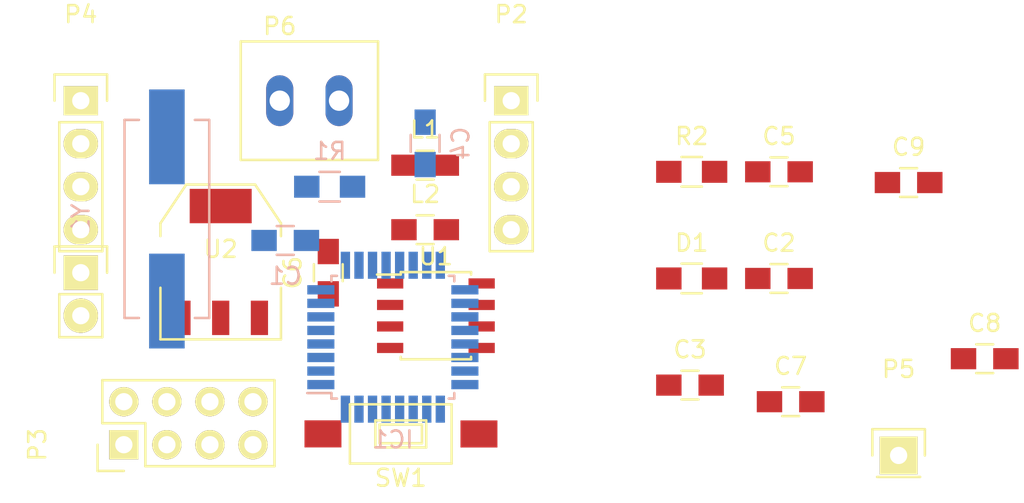
<source format=kicad_pcb>
(kicad_pcb (version 4) (host pcbnew 0.201511221031+6327~38~ubuntu15.04.1-stable)

  (general
    (links 60)
    (no_connects 60)
    (area 0 0 0 0)
    (thickness 1.6)
    (drawings 4)
    (tracks 0)
    (zones 0)
    (modules 25)
    (nets 36)
  )

  (page A4)
  (layers
    (0 F.Cu signal)
    (31 B.Cu signal)
    (32 B.Adhes user)
    (33 F.Adhes user)
    (34 B.Paste user)
    (35 F.Paste user)
    (36 B.SilkS user)
    (37 F.SilkS user)
    (38 B.Mask user)
    (39 F.Mask user)
    (40 Dwgs.User user)
    (41 Cmts.User user)
    (42 Eco1.User user)
    (43 Eco2.User user)
    (44 Edge.Cuts user)
    (45 Margin user)
    (46 B.CrtYd user)
    (47 F.CrtYd user)
    (48 B.Fab user)
    (49 F.Fab user)
  )

  (setup
    (last_trace_width 0.25)
    (trace_clearance 0.2)
    (zone_clearance 0.508)
    (zone_45_only no)
    (trace_min 0.2)
    (segment_width 0.2)
    (edge_width 0.15)
    (via_size 0.6)
    (via_drill 0.4)
    (via_min_size 0.4)
    (via_min_drill 0.3)
    (uvia_size 0.3)
    (uvia_drill 0.1)
    (uvias_allowed no)
    (uvia_min_size 0.2)
    (uvia_min_drill 0.1)
    (pcb_text_width 0.3)
    (pcb_text_size 1.5 1.5)
    (mod_edge_width 0.15)
    (mod_text_size 1 1)
    (mod_text_width 0.15)
    (pad_size 1.524 1.524)
    (pad_drill 0.762)
    (pad_to_mask_clearance 0.2)
    (aux_axis_origin 0 0)
    (visible_elements FFFFFF7F)
    (pcbplotparams
      (layerselection 0x00030_80000001)
      (usegerberextensions false)
      (excludeedgelayer true)
      (linewidth 0.100000)
      (plotframeref false)
      (viasonmask false)
      (mode 1)
      (useauxorigin false)
      (hpglpennumber 1)
      (hpglpenspeed 20)
      (hpglpendiameter 15)
      (hpglpenoverlay 2)
      (psnegative false)
      (psa4output false)
      (plotreference true)
      (plotvalue true)
      (plotinvisibletext false)
      (padsonsilk false)
      (subtractmaskfromsilk false)
      (outputformat 1)
      (mirror false)
      (drillshape 1)
      (scaleselection 1)
      (outputdirectory ""))
  )

  (net 0 "")
  (net 1 +3V3)
  (net 2 GND)
  (net 3 "Net-(C2-Pad1)")
  (net 4 "Net-(C3-Pad1)")
  (net 5 "Net-(C4-Pad1)")
  (net 6 "/ATmega328P Controller/~RESET")
  (net 7 "/ATmega328P Controller/USART_DTR")
  (net 8 "Net-(C6-Pad1)")
  (net 9 "Net-(C6-Pad2)")
  (net 10 +BATT)
  (net 11 "Net-(D1-Pad2)")
  (net 12 "/ATmega328P Controller/TRIAC_ACTIVE")
  (net 13 "/ATmega328P Controller/GPO")
  (net 14 "/ATmega328P Controller/GPI")
  (net 15 "Net-(IC1-Pad10)")
  (net 16 "Net-(IC1-Pad11)")
  (net 17 "Net-(IC1-Pad12)")
  (net 18 "Net-(IC1-Pad13)")
  (net 19 "/MAX31855 Temp Sensor/MAX_~CS")
  (net 20 "/ATmega328P Controller/SPI_MOSI")
  (net 21 "/MAX31855 Temp Sensor/MAX_MISO")
  (net 22 "/MAX31855 Temp Sensor/MAX_SCK")
  (net 23 "Net-(IC1-Pad19)")
  (net 24 "Net-(IC1-Pad22)")
  (net 25 "Net-(IC1-Pad23)")
  (net 26 "Net-(IC1-Pad24)")
  (net 27 "Net-(IC1-Pad25)")
  (net 28 "Net-(IC1-Pad26)")
  (net 29 "Net-(IC1-Pad27)")
  (net 30 "Net-(IC1-Pad28)")
  (net 31 "/ATmega328P Controller/USART_RX")
  (net 32 "/ATmega328P Controller/USART_TX")
  (net 33 "/ATmega328P Controller/ZERO_CROSS")
  (net 34 "/MAX31855 Temp Sensor/TC+")
  (net 35 "/MAX31855 Temp Sensor/TC-")

  (net_class Default "This is the default net class."
    (clearance 0.2)
    (trace_width 0.25)
    (via_dia 0.6)
    (via_drill 0.4)
    (uvia_dia 0.3)
    (uvia_drill 0.1)
    (add_net +3V3)
    (add_net +BATT)
    (add_net "/ATmega328P Controller/GPI")
    (add_net "/ATmega328P Controller/GPO")
    (add_net "/ATmega328P Controller/SPI_MOSI")
    (add_net "/ATmega328P Controller/TRIAC_ACTIVE")
    (add_net "/ATmega328P Controller/USART_DTR")
    (add_net "/ATmega328P Controller/USART_RX")
    (add_net "/ATmega328P Controller/USART_TX")
    (add_net "/ATmega328P Controller/ZERO_CROSS")
    (add_net "/ATmega328P Controller/~RESET")
    (add_net "/MAX31855 Temp Sensor/MAX_MISO")
    (add_net "/MAX31855 Temp Sensor/MAX_SCK")
    (add_net "/MAX31855 Temp Sensor/MAX_~CS")
    (add_net "/MAX31855 Temp Sensor/TC+")
    (add_net "/MAX31855 Temp Sensor/TC-")
    (add_net GND)
    (add_net "Net-(C2-Pad1)")
    (add_net "Net-(C3-Pad1)")
    (add_net "Net-(C4-Pad1)")
    (add_net "Net-(C6-Pad1)")
    (add_net "Net-(C6-Pad2)")
    (add_net "Net-(D1-Pad2)")
    (add_net "Net-(IC1-Pad10)")
    (add_net "Net-(IC1-Pad11)")
    (add_net "Net-(IC1-Pad12)")
    (add_net "Net-(IC1-Pad13)")
    (add_net "Net-(IC1-Pad19)")
    (add_net "Net-(IC1-Pad22)")
    (add_net "Net-(IC1-Pad23)")
    (add_net "Net-(IC1-Pad24)")
    (add_net "Net-(IC1-Pad25)")
    (add_net "Net-(IC1-Pad26)")
    (add_net "Net-(IC1-Pad27)")
    (add_net "Net-(IC1-Pad28)")
  )

  (module Capacitors_SMD:C_0805_HandSoldering (layer B.Cu) (tedit 541A9B8D) (tstamp 56540EF7)
    (at 160.655 47.625)
    (descr "Capacitor SMD 0805, hand soldering")
    (tags "capacitor 0805")
    (path /56450DBB/564A2794)
    (attr smd)
    (fp_text reference C1 (at 0 2.1) (layer B.SilkS)
      (effects (font (size 1 1) (thickness 0.15)) (justify mirror))
    )
    (fp_text value 0.1uF (at 0 -2.1) (layer B.Fab)
      (effects (font (size 1 1) (thickness 0.15)) (justify mirror))
    )
    (fp_line (start -2.3 1) (end 2.3 1) (layer B.CrtYd) (width 0.05))
    (fp_line (start -2.3 -1) (end 2.3 -1) (layer B.CrtYd) (width 0.05))
    (fp_line (start -2.3 1) (end -2.3 -1) (layer B.CrtYd) (width 0.05))
    (fp_line (start 2.3 1) (end 2.3 -1) (layer B.CrtYd) (width 0.05))
    (fp_line (start 0.5 0.85) (end -0.5 0.85) (layer B.SilkS) (width 0.15))
    (fp_line (start -0.5 -0.85) (end 0.5 -0.85) (layer B.SilkS) (width 0.15))
    (pad 1 smd rect (at -1.25 0) (size 1.5 1.25) (layers B.Cu B.Paste B.Mask)
      (net 1 +3V3))
    (pad 2 smd rect (at 1.25 0) (size 1.5 1.25) (layers B.Cu B.Paste B.Mask)
      (net 2 GND))
    (model Capacitors_SMD.3dshapes/C_0805_HandSoldering.wrl
      (at (xyz 0 0 0))
      (scale (xyz 1 1 1))
      (rotate (xyz 0 0 0))
    )
  )

  (module Capacitors_SMD:C_0805_HandSoldering (layer F.Cu) (tedit 541A9B8D) (tstamp 56540F03)
    (at 189.790001 49.87)
    (descr "Capacitor SMD 0805, hand soldering")
    (tags "capacitor 0805")
    (path /56450DBB/564A2E83)
    (attr smd)
    (fp_text reference C2 (at 0 -2.1) (layer F.SilkS)
      (effects (font (size 1 1) (thickness 0.15)))
    )
    (fp_text value 18pF (at 0 2.1) (layer F.Fab)
      (effects (font (size 1 1) (thickness 0.15)))
    )
    (fp_line (start -2.3 -1) (end 2.3 -1) (layer F.CrtYd) (width 0.05))
    (fp_line (start -2.3 1) (end 2.3 1) (layer F.CrtYd) (width 0.05))
    (fp_line (start -2.3 -1) (end -2.3 1) (layer F.CrtYd) (width 0.05))
    (fp_line (start 2.3 -1) (end 2.3 1) (layer F.CrtYd) (width 0.05))
    (fp_line (start 0.5 -0.85) (end -0.5 -0.85) (layer F.SilkS) (width 0.15))
    (fp_line (start -0.5 0.85) (end 0.5 0.85) (layer F.SilkS) (width 0.15))
    (pad 1 smd rect (at -1.25 0) (size 1.5 1.25) (layers F.Cu F.Paste F.Mask)
      (net 3 "Net-(C2-Pad1)"))
    (pad 2 smd rect (at 1.25 0) (size 1.5 1.25) (layers F.Cu F.Paste F.Mask)
      (net 2 GND))
    (model Capacitors_SMD.3dshapes/C_0805_HandSoldering.wrl
      (at (xyz 0 0 0))
      (scale (xyz 1 1 1))
      (rotate (xyz 0 0 0))
    )
  )

  (module Capacitors_SMD:C_0805_HandSoldering (layer F.Cu) (tedit 541A9B8D) (tstamp 56540F0F)
    (at 184.540001 56.17)
    (descr "Capacitor SMD 0805, hand soldering")
    (tags "capacitor 0805")
    (path /56450DBB/564A2125)
    (attr smd)
    (fp_text reference C3 (at 0 -2.1) (layer F.SilkS)
      (effects (font (size 1 1) (thickness 0.15)))
    )
    (fp_text value 0.1uF (at 0 2.1) (layer F.Fab)
      (effects (font (size 1 1) (thickness 0.15)))
    )
    (fp_line (start -2.3 -1) (end 2.3 -1) (layer F.CrtYd) (width 0.05))
    (fp_line (start -2.3 1) (end 2.3 1) (layer F.CrtYd) (width 0.05))
    (fp_line (start -2.3 -1) (end -2.3 1) (layer F.CrtYd) (width 0.05))
    (fp_line (start 2.3 -1) (end 2.3 1) (layer F.CrtYd) (width 0.05))
    (fp_line (start 0.5 -0.85) (end -0.5 -0.85) (layer F.SilkS) (width 0.15))
    (fp_line (start -0.5 0.85) (end 0.5 0.85) (layer F.SilkS) (width 0.15))
    (pad 1 smd rect (at -1.25 0) (size 1.5 1.25) (layers F.Cu F.Paste F.Mask)
      (net 4 "Net-(C3-Pad1)"))
    (pad 2 smd rect (at 1.25 0) (size 1.5 1.25) (layers F.Cu F.Paste F.Mask)
      (net 2 GND))
    (model Capacitors_SMD.3dshapes/C_0805_HandSoldering.wrl
      (at (xyz 0 0 0))
      (scale (xyz 1 1 1))
      (rotate (xyz 0 0 0))
    )
  )

  (module Capacitors_SMD:C_0805_HandSoldering (layer B.Cu) (tedit 541A9B8D) (tstamp 56540F1B)
    (at 168.91 41.89 90)
    (descr "Capacitor SMD 0805, hand soldering")
    (tags "capacitor 0805")
    (path /56450DBB/564A33AB)
    (attr smd)
    (fp_text reference C4 (at 0 2.1 90) (layer B.SilkS)
      (effects (font (size 1 1) (thickness 0.15)) (justify mirror))
    )
    (fp_text value 18pF (at 0 -2.1 90) (layer B.Fab)
      (effects (font (size 1 1) (thickness 0.15)) (justify mirror))
    )
    (fp_line (start -2.3 1) (end 2.3 1) (layer B.CrtYd) (width 0.05))
    (fp_line (start -2.3 -1) (end 2.3 -1) (layer B.CrtYd) (width 0.05))
    (fp_line (start -2.3 1) (end -2.3 -1) (layer B.CrtYd) (width 0.05))
    (fp_line (start 2.3 1) (end 2.3 -1) (layer B.CrtYd) (width 0.05))
    (fp_line (start 0.5 0.85) (end -0.5 0.85) (layer B.SilkS) (width 0.15))
    (fp_line (start -0.5 -0.85) (end 0.5 -0.85) (layer B.SilkS) (width 0.15))
    (pad 1 smd rect (at -1.25 0 90) (size 1.5 1.25) (layers B.Cu B.Paste B.Mask)
      (net 5 "Net-(C4-Pad1)"))
    (pad 2 smd rect (at 1.25 0 90) (size 1.5 1.25) (layers B.Cu B.Paste B.Mask)
      (net 2 GND))
    (model Capacitors_SMD.3dshapes/C_0805_HandSoldering.wrl
      (at (xyz 0 0 0))
      (scale (xyz 1 1 1))
      (rotate (xyz 0 0 0))
    )
  )

  (module Capacitors_SMD:C_0805_HandSoldering (layer F.Cu) (tedit 541A9B8D) (tstamp 56540F27)
    (at 189.790001 43.57)
    (descr "Capacitor SMD 0805, hand soldering")
    (tags "capacitor 0805")
    (path /56450DBB/564B00F4)
    (attr smd)
    (fp_text reference C5 (at 0 -2.1) (layer F.SilkS)
      (effects (font (size 1 1) (thickness 0.15)))
    )
    (fp_text value 0.1uF (at 0 2.1) (layer F.Fab)
      (effects (font (size 1 1) (thickness 0.15)))
    )
    (fp_line (start -2.3 -1) (end 2.3 -1) (layer F.CrtYd) (width 0.05))
    (fp_line (start -2.3 1) (end 2.3 1) (layer F.CrtYd) (width 0.05))
    (fp_line (start -2.3 -1) (end -2.3 1) (layer F.CrtYd) (width 0.05))
    (fp_line (start 2.3 -1) (end 2.3 1) (layer F.CrtYd) (width 0.05))
    (fp_line (start 0.5 -0.85) (end -0.5 -0.85) (layer F.SilkS) (width 0.15))
    (fp_line (start -0.5 0.85) (end 0.5 0.85) (layer F.SilkS) (width 0.15))
    (pad 1 smd rect (at -1.25 0) (size 1.5 1.25) (layers F.Cu F.Paste F.Mask)
      (net 6 "/ATmega328P Controller/~RESET"))
    (pad 2 smd rect (at 1.25 0) (size 1.5 1.25) (layers F.Cu F.Paste F.Mask)
      (net 7 "/ATmega328P Controller/USART_DTR"))
    (model Capacitors_SMD.3dshapes/C_0805_HandSoldering.wrl
      (at (xyz 0 0 0))
      (scale (xyz 1 1 1))
      (rotate (xyz 0 0 0))
    )
  )

  (module Capacitors_SMD:C_0805_HandSoldering (layer F.Cu) (tedit 541A9B8D) (tstamp 56540F33)
    (at 163.195 49.53 90)
    (descr "Capacitor SMD 0805, hand soldering")
    (tags "capacitor 0805")
    (path /56450D3A/564BAB96)
    (attr smd)
    (fp_text reference C6 (at 0 -2.1 90) (layer F.SilkS)
      (effects (font (size 1 1) (thickness 0.15)))
    )
    (fp_text value 10nF (at 0 2.1 90) (layer F.Fab)
      (effects (font (size 1 1) (thickness 0.15)))
    )
    (fp_line (start -2.3 -1) (end 2.3 -1) (layer F.CrtYd) (width 0.05))
    (fp_line (start -2.3 1) (end 2.3 1) (layer F.CrtYd) (width 0.05))
    (fp_line (start -2.3 -1) (end -2.3 1) (layer F.CrtYd) (width 0.05))
    (fp_line (start 2.3 -1) (end 2.3 1) (layer F.CrtYd) (width 0.05))
    (fp_line (start 0.5 -0.85) (end -0.5 -0.85) (layer F.SilkS) (width 0.15))
    (fp_line (start -0.5 0.85) (end 0.5 0.85) (layer F.SilkS) (width 0.15))
    (pad 1 smd rect (at -1.25 0 90) (size 1.5 1.25) (layers F.Cu F.Paste F.Mask)
      (net 8 "Net-(C6-Pad1)"))
    (pad 2 smd rect (at 1.25 0 90) (size 1.5 1.25) (layers F.Cu F.Paste F.Mask)
      (net 9 "Net-(C6-Pad2)"))
    (model Capacitors_SMD.3dshapes/C_0805_HandSoldering.wrl
      (at (xyz 0 0 0))
      (scale (xyz 1 1 1))
      (rotate (xyz 0 0 0))
    )
  )

  (module Capacitors_SMD:C_0805_HandSoldering (layer F.Cu) (tedit 541A9B8D) (tstamp 56540F3F)
    (at 190.48 57.15)
    (descr "Capacitor SMD 0805, hand soldering")
    (tags "capacitor 0805")
    (path /56450D3A/564BB456)
    (attr smd)
    (fp_text reference C7 (at 0 -2.1) (layer F.SilkS)
      (effects (font (size 1 1) (thickness 0.15)))
    )
    (fp_text value 0.1uF (at 0 2.1) (layer F.Fab)
      (effects (font (size 1 1) (thickness 0.15)))
    )
    (fp_line (start -2.3 -1) (end 2.3 -1) (layer F.CrtYd) (width 0.05))
    (fp_line (start -2.3 1) (end 2.3 1) (layer F.CrtYd) (width 0.05))
    (fp_line (start -2.3 -1) (end -2.3 1) (layer F.CrtYd) (width 0.05))
    (fp_line (start 2.3 -1) (end 2.3 1) (layer F.CrtYd) (width 0.05))
    (fp_line (start 0.5 -0.85) (end -0.5 -0.85) (layer F.SilkS) (width 0.15))
    (fp_line (start -0.5 0.85) (end 0.5 0.85) (layer F.SilkS) (width 0.15))
    (pad 1 smd rect (at -1.25 0) (size 1.5 1.25) (layers F.Cu F.Paste F.Mask)
      (net 1 +3V3))
    (pad 2 smd rect (at 1.25 0) (size 1.5 1.25) (layers F.Cu F.Paste F.Mask)
      (net 2 GND))
    (model Capacitors_SMD.3dshapes/C_0805_HandSoldering.wrl
      (at (xyz 0 0 0))
      (scale (xyz 1 1 1))
      (rotate (xyz 0 0 0))
    )
  )

  (module Capacitors_SMD:C_0805_HandSoldering (layer F.Cu) (tedit 541A9B8D) (tstamp 56540F4B)
    (at 201.93 54.61)
    (descr "Capacitor SMD 0805, hand soldering")
    (tags "capacitor 0805")
    (path /564DC657/564E0063)
    (attr smd)
    (fp_text reference C8 (at 0 -2.1) (layer F.SilkS)
      (effects (font (size 1 1) (thickness 0.15)))
    )
    (fp_text value 4.7uF (at 0 2.1) (layer F.Fab)
      (effects (font (size 1 1) (thickness 0.15)))
    )
    (fp_line (start -2.3 -1) (end 2.3 -1) (layer F.CrtYd) (width 0.05))
    (fp_line (start -2.3 1) (end 2.3 1) (layer F.CrtYd) (width 0.05))
    (fp_line (start -2.3 -1) (end -2.3 1) (layer F.CrtYd) (width 0.05))
    (fp_line (start 2.3 -1) (end 2.3 1) (layer F.CrtYd) (width 0.05))
    (fp_line (start 0.5 -0.85) (end -0.5 -0.85) (layer F.SilkS) (width 0.15))
    (fp_line (start -0.5 0.85) (end 0.5 0.85) (layer F.SilkS) (width 0.15))
    (pad 1 smd rect (at -1.25 0) (size 1.5 1.25) (layers F.Cu F.Paste F.Mask)
      (net 10 +BATT))
    (pad 2 smd rect (at 1.25 0) (size 1.5 1.25) (layers F.Cu F.Paste F.Mask)
      (net 2 GND))
    (model Capacitors_SMD.3dshapes/C_0805_HandSoldering.wrl
      (at (xyz 0 0 0))
      (scale (xyz 1 1 1))
      (rotate (xyz 0 0 0))
    )
  )

  (module Capacitors_SMD:C_0805_HandSoldering (layer F.Cu) (tedit 541A9B8D) (tstamp 56540F57)
    (at 197.440001 44.205)
    (descr "Capacitor SMD 0805, hand soldering")
    (tags "capacitor 0805")
    (path /564DC657/564DFFBA)
    (attr smd)
    (fp_text reference C9 (at 0 -2.1) (layer F.SilkS)
      (effects (font (size 1 1) (thickness 0.15)))
    )
    (fp_text value 4.7uF (at 0 2.1) (layer F.Fab)
      (effects (font (size 1 1) (thickness 0.15)))
    )
    (fp_line (start -2.3 -1) (end 2.3 -1) (layer F.CrtYd) (width 0.05))
    (fp_line (start -2.3 1) (end 2.3 1) (layer F.CrtYd) (width 0.05))
    (fp_line (start -2.3 -1) (end -2.3 1) (layer F.CrtYd) (width 0.05))
    (fp_line (start 2.3 -1) (end 2.3 1) (layer F.CrtYd) (width 0.05))
    (fp_line (start 0.5 -0.85) (end -0.5 -0.85) (layer F.SilkS) (width 0.15))
    (fp_line (start -0.5 0.85) (end 0.5 0.85) (layer F.SilkS) (width 0.15))
    (pad 1 smd rect (at -1.25 0) (size 1.5 1.25) (layers F.Cu F.Paste F.Mask)
      (net 1 +3V3))
    (pad 2 smd rect (at 1.25 0) (size 1.5 1.25) (layers F.Cu F.Paste F.Mask)
      (net 2 GND))
    (model Capacitors_SMD.3dshapes/C_0805_HandSoldering.wrl
      (at (xyz 0 0 0))
      (scale (xyz 1 1 1))
      (rotate (xyz 0 0 0))
    )
  )

  (module Resistors_SMD:R_0805_HandSoldering (layer F.Cu) (tedit 54189DEE) (tstamp 56540F5D)
    (at 184.640001 49.87)
    (descr "Resistor SMD 0805, hand soldering")
    (tags "resistor 0805")
    (path /56450DBB/564A5320)
    (attr smd)
    (fp_text reference D1 (at 0 -2.1) (layer F.SilkS)
      (effects (font (size 1 1) (thickness 0.15)))
    )
    (fp_text value GRN (at 0 2.1) (layer F.Fab)
      (effects (font (size 1 1) (thickness 0.15)))
    )
    (fp_line (start -2.4 -1) (end 2.4 -1) (layer F.CrtYd) (width 0.05))
    (fp_line (start -2.4 1) (end 2.4 1) (layer F.CrtYd) (width 0.05))
    (fp_line (start -2.4 -1) (end -2.4 1) (layer F.CrtYd) (width 0.05))
    (fp_line (start 2.4 -1) (end 2.4 1) (layer F.CrtYd) (width 0.05))
    (fp_line (start 0.6 0.875) (end -0.6 0.875) (layer F.SilkS) (width 0.15))
    (fp_line (start -0.6 -0.875) (end 0.6 -0.875) (layer F.SilkS) (width 0.15))
    (pad 1 smd rect (at -1.35 0) (size 1.5 1.3) (layers F.Cu F.Paste F.Mask)
      (net 2 GND))
    (pad 2 smd rect (at 1.35 0) (size 1.5 1.3) (layers F.Cu F.Paste F.Mask)
      (net 11 "Net-(D1-Pad2)"))
    (model Resistors_SMD.3dshapes/R_0805_HandSoldering.wrl
      (at (xyz 0 0 0))
      (scale (xyz 1 1 1))
      (rotate (xyz 0 0 0))
    )
  )

  (module Housings_QFP:TQFP-32_7x7mm_Pitch0.8mm (layer B.Cu) (tedit 54130A77) (tstamp 56540F8E)
    (at 167.005 53.34)
    (descr "32-Lead Plastic Thin Quad Flatpack (PT) - 7x7x1.0 mm Body, 2.00 mm [TQFP] (see Microchip Packaging Specification 00000049BS.pdf)")
    (tags "QFP 0.8")
    (path /56450DBB/5654C37A)
    (attr smd)
    (fp_text reference IC1 (at 0 6.05) (layer B.SilkS)
      (effects (font (size 1 1) (thickness 0.15)) (justify mirror))
    )
    (fp_text value ATMEGA328P-A (at 0 -6.05) (layer B.Fab)
      (effects (font (size 1 1) (thickness 0.15)) (justify mirror))
    )
    (fp_line (start -5.3 5.3) (end -5.3 -5.3) (layer B.CrtYd) (width 0.05))
    (fp_line (start 5.3 5.3) (end 5.3 -5.3) (layer B.CrtYd) (width 0.05))
    (fp_line (start -5.3 5.3) (end 5.3 5.3) (layer B.CrtYd) (width 0.05))
    (fp_line (start -5.3 -5.3) (end 5.3 -5.3) (layer B.CrtYd) (width 0.05))
    (fp_line (start -3.625 3.625) (end -3.625 3.3) (layer B.SilkS) (width 0.15))
    (fp_line (start 3.625 3.625) (end 3.625 3.3) (layer B.SilkS) (width 0.15))
    (fp_line (start 3.625 -3.625) (end 3.625 -3.3) (layer B.SilkS) (width 0.15))
    (fp_line (start -3.625 -3.625) (end -3.625 -3.3) (layer B.SilkS) (width 0.15))
    (fp_line (start -3.625 3.625) (end -3.3 3.625) (layer B.SilkS) (width 0.15))
    (fp_line (start -3.625 -3.625) (end -3.3 -3.625) (layer B.SilkS) (width 0.15))
    (fp_line (start 3.625 -3.625) (end 3.3 -3.625) (layer B.SilkS) (width 0.15))
    (fp_line (start 3.625 3.625) (end 3.3 3.625) (layer B.SilkS) (width 0.15))
    (fp_line (start -3.625 3.3) (end -5.05 3.3) (layer B.SilkS) (width 0.15))
    (pad 1 smd rect (at -4.25 2.8) (size 1.6 0.55) (layers B.Cu B.Paste B.Mask)
      (net 12 "/ATmega328P Controller/TRIAC_ACTIVE"))
    (pad 2 smd rect (at -4.25 2) (size 1.6 0.55) (layers B.Cu B.Paste B.Mask)
      (net 13 "/ATmega328P Controller/GPO"))
    (pad 3 smd rect (at -4.25 1.2) (size 1.6 0.55) (layers B.Cu B.Paste B.Mask)
      (net 2 GND))
    (pad 4 smd rect (at -4.25 0.4) (size 1.6 0.55) (layers B.Cu B.Paste B.Mask)
      (net 1 +3V3))
    (pad 5 smd rect (at -4.25 -0.4) (size 1.6 0.55) (layers B.Cu B.Paste B.Mask)
      (net 2 GND))
    (pad 6 smd rect (at -4.25 -1.2) (size 1.6 0.55) (layers B.Cu B.Paste B.Mask)
      (net 1 +3V3))
    (pad 7 smd rect (at -4.25 -2) (size 1.6 0.55) (layers B.Cu B.Paste B.Mask)
      (net 3 "Net-(C2-Pad1)"))
    (pad 8 smd rect (at -4.25 -2.8) (size 1.6 0.55) (layers B.Cu B.Paste B.Mask)
      (net 5 "Net-(C4-Pad1)"))
    (pad 9 smd rect (at -2.8 -4.25 270) (size 1.6 0.55) (layers B.Cu B.Paste B.Mask)
      (net 14 "/ATmega328P Controller/GPI"))
    (pad 10 smd rect (at -2 -4.25 270) (size 1.6 0.55) (layers B.Cu B.Paste B.Mask)
      (net 15 "Net-(IC1-Pad10)"))
    (pad 11 smd rect (at -1.2 -4.25 270) (size 1.6 0.55) (layers B.Cu B.Paste B.Mask)
      (net 16 "Net-(IC1-Pad11)"))
    (pad 12 smd rect (at -0.4 -4.25 270) (size 1.6 0.55) (layers B.Cu B.Paste B.Mask)
      (net 17 "Net-(IC1-Pad12)"))
    (pad 13 smd rect (at 0.4 -4.25 270) (size 1.6 0.55) (layers B.Cu B.Paste B.Mask)
      (net 18 "Net-(IC1-Pad13)"))
    (pad 14 smd rect (at 1.2 -4.25 270) (size 1.6 0.55) (layers B.Cu B.Paste B.Mask)
      (net 19 "/MAX31855 Temp Sensor/MAX_~CS"))
    (pad 15 smd rect (at 2 -4.25 270) (size 1.6 0.55) (layers B.Cu B.Paste B.Mask)
      (net 20 "/ATmega328P Controller/SPI_MOSI"))
    (pad 16 smd rect (at 2.8 -4.25 270) (size 1.6 0.55) (layers B.Cu B.Paste B.Mask)
      (net 21 "/MAX31855 Temp Sensor/MAX_MISO"))
    (pad 17 smd rect (at 4.25 -2.8) (size 1.6 0.55) (layers B.Cu B.Paste B.Mask)
      (net 22 "/MAX31855 Temp Sensor/MAX_SCK"))
    (pad 18 smd rect (at 4.25 -2) (size 1.6 0.55) (layers B.Cu B.Paste B.Mask)
      (net 1 +3V3))
    (pad 19 smd rect (at 4.25 -1.2) (size 1.6 0.55) (layers B.Cu B.Paste B.Mask)
      (net 23 "Net-(IC1-Pad19)"))
    (pad 20 smd rect (at 4.25 -0.4) (size 1.6 0.55) (layers B.Cu B.Paste B.Mask)
      (net 4 "Net-(C3-Pad1)"))
    (pad 21 smd rect (at 4.25 0.4) (size 1.6 0.55) (layers B.Cu B.Paste B.Mask)
      (net 2 GND))
    (pad 22 smd rect (at 4.25 1.2) (size 1.6 0.55) (layers B.Cu B.Paste B.Mask)
      (net 24 "Net-(IC1-Pad22)"))
    (pad 23 smd rect (at 4.25 2) (size 1.6 0.55) (layers B.Cu B.Paste B.Mask)
      (net 25 "Net-(IC1-Pad23)"))
    (pad 24 smd rect (at 4.25 2.8) (size 1.6 0.55) (layers B.Cu B.Paste B.Mask)
      (net 26 "Net-(IC1-Pad24)"))
    (pad 25 smd rect (at 2.8 4.25 270) (size 1.6 0.55) (layers B.Cu B.Paste B.Mask)
      (net 27 "Net-(IC1-Pad25)"))
    (pad 26 smd rect (at 2 4.25 270) (size 1.6 0.55) (layers B.Cu B.Paste B.Mask)
      (net 28 "Net-(IC1-Pad26)"))
    (pad 27 smd rect (at 1.2 4.25 270) (size 1.6 0.55) (layers B.Cu B.Paste B.Mask)
      (net 29 "Net-(IC1-Pad27)"))
    (pad 28 smd rect (at 0.4 4.25 270) (size 1.6 0.55) (layers B.Cu B.Paste B.Mask)
      (net 30 "Net-(IC1-Pad28)"))
    (pad 29 smd rect (at -0.4 4.25 270) (size 1.6 0.55) (layers B.Cu B.Paste B.Mask)
      (net 6 "/ATmega328P Controller/~RESET"))
    (pad 30 smd rect (at -1.2 4.25 270) (size 1.6 0.55) (layers B.Cu B.Paste B.Mask)
      (net 31 "/ATmega328P Controller/USART_RX"))
    (pad 31 smd rect (at -2 4.25 270) (size 1.6 0.55) (layers B.Cu B.Paste B.Mask)
      (net 32 "/ATmega328P Controller/USART_TX"))
    (pad 32 smd rect (at -2.8 4.25 270) (size 1.6 0.55) (layers B.Cu B.Paste B.Mask)
      (net 33 "/ATmega328P Controller/ZERO_CROSS"))
    (model Housings_QFP.3dshapes/TQFP-32_7x7mm_Pitch0.8mm.wrl
      (at (xyz 0 0 0))
      (scale (xyz 1 1 1))
      (rotate (xyz 0 0 0))
    )
  )

  (module Capacitors_SMD:C_0805_HandSoldering (layer F.Cu) (tedit 541A9B8D) (tstamp 56540F9A)
    (at 168.91 43.18)
    (descr "Capacitor SMD 0805, hand soldering")
    (tags "capacitor 0805")
    (path /56450D3A/564BAB3D)
    (attr smd)
    (fp_text reference L1 (at 0 -2.1) (layer F.SilkS)
      (effects (font (size 1 1) (thickness 0.15)))
    )
    (fp_text value INDUCTOR (at 0 2.1) (layer F.Fab)
      (effects (font (size 1 1) (thickness 0.15)))
    )
    (fp_line (start -2.3 -1) (end 2.3 -1) (layer F.CrtYd) (width 0.05))
    (fp_line (start -2.3 1) (end 2.3 1) (layer F.CrtYd) (width 0.05))
    (fp_line (start -2.3 -1) (end -2.3 1) (layer F.CrtYd) (width 0.05))
    (fp_line (start 2.3 -1) (end 2.3 1) (layer F.CrtYd) (width 0.05))
    (fp_line (start 0.5 -0.85) (end -0.5 -0.85) (layer F.SilkS) (width 0.15))
    (fp_line (start -0.5 0.85) (end 0.5 0.85) (layer F.SilkS) (width 0.15))
    (pad 1 smd rect (at -1.25 0) (size 1.5 1.25) (layers F.Cu F.Paste F.Mask)
      (net 8 "Net-(C6-Pad1)"))
    (pad 2 smd rect (at 1.25 0) (size 1.5 1.25) (layers F.Cu F.Paste F.Mask)
      (net 34 "/MAX31855 Temp Sensor/TC+"))
    (model Capacitors_SMD.3dshapes/C_0805_HandSoldering.wrl
      (at (xyz 0 0 0))
      (scale (xyz 1 1 1))
      (rotate (xyz 0 0 0))
    )
  )

  (module Capacitors_SMD:C_0805_HandSoldering (layer F.Cu) (tedit 541A9B8D) (tstamp 56540FA6)
    (at 168.91 46.99)
    (descr "Capacitor SMD 0805, hand soldering")
    (tags "capacitor 0805")
    (path /56450D3A/564BB062)
    (attr smd)
    (fp_text reference L2 (at 0 -2.1) (layer F.SilkS)
      (effects (font (size 1 1) (thickness 0.15)))
    )
    (fp_text value INDUCTOR (at 0 2.1) (layer F.Fab)
      (effects (font (size 1 1) (thickness 0.15)))
    )
    (fp_line (start -2.3 -1) (end 2.3 -1) (layer F.CrtYd) (width 0.05))
    (fp_line (start -2.3 1) (end 2.3 1) (layer F.CrtYd) (width 0.05))
    (fp_line (start -2.3 -1) (end -2.3 1) (layer F.CrtYd) (width 0.05))
    (fp_line (start 2.3 -1) (end 2.3 1) (layer F.CrtYd) (width 0.05))
    (fp_line (start 0.5 -0.85) (end -0.5 -0.85) (layer F.SilkS) (width 0.15))
    (fp_line (start -0.5 0.85) (end 0.5 0.85) (layer F.SilkS) (width 0.15))
    (pad 1 smd rect (at -1.25 0) (size 1.5 1.25) (layers F.Cu F.Paste F.Mask)
      (net 9 "Net-(C6-Pad2)"))
    (pad 2 smd rect (at 1.25 0) (size 1.5 1.25) (layers F.Cu F.Paste F.Mask)
      (net 35 "/MAX31855 Temp Sensor/TC-"))
    (model Capacitors_SMD.3dshapes/C_0805_HandSoldering.wrl
      (at (xyz 0 0 0))
      (scale (xyz 1 1 1))
      (rotate (xyz 0 0 0))
    )
  )

  (module Pin_Headers:Pin_Header_Straight_1x02 (layer F.Cu) (tedit 54EA090C) (tstamp 56540FB7)
    (at 148.59 49.53)
    (descr "Through hole pin header")
    (tags "pin header")
    (path /564D65A7)
    (fp_text reference P1 (at 0 -5.1) (layer F.SilkS)
      (effects (font (size 1 1) (thickness 0.15)))
    )
    (fp_text value ICSP_POWER (at 0 -3.1) (layer F.Fab)
      (effects (font (size 1 1) (thickness 0.15)))
    )
    (fp_line (start 1.27 1.27) (end 1.27 3.81) (layer F.SilkS) (width 0.15))
    (fp_line (start 1.55 -1.55) (end 1.55 0) (layer F.SilkS) (width 0.15))
    (fp_line (start -1.75 -1.75) (end -1.75 4.3) (layer F.CrtYd) (width 0.05))
    (fp_line (start 1.75 -1.75) (end 1.75 4.3) (layer F.CrtYd) (width 0.05))
    (fp_line (start -1.75 -1.75) (end 1.75 -1.75) (layer F.CrtYd) (width 0.05))
    (fp_line (start -1.75 4.3) (end 1.75 4.3) (layer F.CrtYd) (width 0.05))
    (fp_line (start 1.27 1.27) (end -1.27 1.27) (layer F.SilkS) (width 0.15))
    (fp_line (start -1.55 0) (end -1.55 -1.55) (layer F.SilkS) (width 0.15))
    (fp_line (start -1.55 -1.55) (end 1.55 -1.55) (layer F.SilkS) (width 0.15))
    (fp_line (start -1.27 1.27) (end -1.27 3.81) (layer F.SilkS) (width 0.15))
    (fp_line (start -1.27 3.81) (end 1.27 3.81) (layer F.SilkS) (width 0.15))
    (pad 1 thru_hole rect (at 0 0) (size 2.032 2.032) (drill 1.016) (layers *.Cu *.Mask F.SilkS)
      (net 1 +3V3))
    (pad 2 thru_hole oval (at 0 2.54) (size 2.032 2.032) (drill 1.016) (layers *.Cu *.Mask F.SilkS)
      (net 2 GND))
    (model Pin_Headers.3dshapes/Pin_Header_Straight_1x02.wrl
      (at (xyz 0 -0.05 0))
      (scale (xyz 1 1 1))
      (rotate (xyz 0 0 90))
    )
  )

  (module Pin_Headers:Pin_Header_Straight_1x04 (layer F.Cu) (tedit 0) (tstamp 56540FCA)
    (at 173.99 39.37)
    (descr "Through hole pin header")
    (tags "pin header")
    (path /56450F83)
    (fp_text reference P2 (at 0 -5.1) (layer F.SilkS)
      (effects (font (size 1 1) (thickness 0.15)))
    )
    (fp_text value OVEN_GPIO (at 0 -3.1) (layer F.Fab)
      (effects (font (size 1 1) (thickness 0.15)))
    )
    (fp_line (start -1.75 -1.75) (end -1.75 9.4) (layer F.CrtYd) (width 0.05))
    (fp_line (start 1.75 -1.75) (end 1.75 9.4) (layer F.CrtYd) (width 0.05))
    (fp_line (start -1.75 -1.75) (end 1.75 -1.75) (layer F.CrtYd) (width 0.05))
    (fp_line (start -1.75 9.4) (end 1.75 9.4) (layer F.CrtYd) (width 0.05))
    (fp_line (start -1.27 1.27) (end -1.27 8.89) (layer F.SilkS) (width 0.15))
    (fp_line (start 1.27 1.27) (end 1.27 8.89) (layer F.SilkS) (width 0.15))
    (fp_line (start 1.55 -1.55) (end 1.55 0) (layer F.SilkS) (width 0.15))
    (fp_line (start -1.27 8.89) (end 1.27 8.89) (layer F.SilkS) (width 0.15))
    (fp_line (start 1.27 1.27) (end -1.27 1.27) (layer F.SilkS) (width 0.15))
    (fp_line (start -1.55 0) (end -1.55 -1.55) (layer F.SilkS) (width 0.15))
    (fp_line (start -1.55 -1.55) (end 1.55 -1.55) (layer F.SilkS) (width 0.15))
    (pad 1 thru_hole rect (at 0 0) (size 2.032 1.7272) (drill 1.016) (layers *.Cu *.Mask F.SilkS)
      (net 2 GND))
    (pad 2 thru_hole oval (at 0 2.54) (size 2.032 1.7272) (drill 1.016) (layers *.Cu *.Mask F.SilkS)
      (net 1 +3V3))
    (pad 3 thru_hole oval (at 0 5.08) (size 2.032 1.7272) (drill 1.016) (layers *.Cu *.Mask F.SilkS)
      (net 33 "/ATmega328P Controller/ZERO_CROSS"))
    (pad 4 thru_hole oval (at 0 7.62) (size 2.032 1.7272) (drill 1.016) (layers *.Cu *.Mask F.SilkS)
      (net 12 "/ATmega328P Controller/TRIAC_ACTIVE"))
    (model Pin_Headers.3dshapes/Pin_Header_Straight_1x04.wrl
      (at (xyz 0 -0.15 0))
      (scale (xyz 1 1 1))
      (rotate (xyz 0 0 90))
    )
  )

  (module Pin_Headers:Pin_Header_Straight_2x04 (layer F.Cu) (tedit 0) (tstamp 56540FE2)
    (at 151.13 59.69 90)
    (descr "Through hole pin header")
    (tags "pin header")
    (path /56450EE0)
    (fp_text reference P3 (at 0 -5.1 90) (layer F.SilkS)
      (effects (font (size 1 1) (thickness 0.15)))
    )
    (fp_text value ESP8266 (at 0 -3.1 90) (layer F.Fab)
      (effects (font (size 1 1) (thickness 0.15)))
    )
    (fp_line (start -1.75 -1.75) (end -1.75 9.4) (layer F.CrtYd) (width 0.05))
    (fp_line (start 4.3 -1.75) (end 4.3 9.4) (layer F.CrtYd) (width 0.05))
    (fp_line (start -1.75 -1.75) (end 4.3 -1.75) (layer F.CrtYd) (width 0.05))
    (fp_line (start -1.75 9.4) (end 4.3 9.4) (layer F.CrtYd) (width 0.05))
    (fp_line (start -1.27 1.27) (end -1.27 8.89) (layer F.SilkS) (width 0.15))
    (fp_line (start -1.27 8.89) (end 3.81 8.89) (layer F.SilkS) (width 0.15))
    (fp_line (start 3.81 8.89) (end 3.81 -1.27) (layer F.SilkS) (width 0.15))
    (fp_line (start 3.81 -1.27) (end 1.27 -1.27) (layer F.SilkS) (width 0.15))
    (fp_line (start 0 -1.55) (end -1.55 -1.55) (layer F.SilkS) (width 0.15))
    (fp_line (start 1.27 -1.27) (end 1.27 1.27) (layer F.SilkS) (width 0.15))
    (fp_line (start 1.27 1.27) (end -1.27 1.27) (layer F.SilkS) (width 0.15))
    (fp_line (start -1.55 -1.55) (end -1.55 0) (layer F.SilkS) (width 0.15))
    (pad 1 thru_hole rect (at 0 0 90) (size 1.7272 1.7272) (drill 1.016) (layers *.Cu *.Mask F.SilkS)
      (net 31 "/ATmega328P Controller/USART_RX"))
    (pad 2 thru_hole oval (at 2.54 0 90) (size 1.7272 1.7272) (drill 1.016) (layers *.Cu *.Mask F.SilkS)
      (net 2 GND))
    (pad 3 thru_hole oval (at 0 2.54 90) (size 1.7272 1.7272) (drill 1.016) (layers *.Cu *.Mask F.SilkS)
      (net 1 +3V3))
    (pad 4 thru_hole oval (at 2.54 2.54 90) (size 1.7272 1.7272) (drill 1.016) (layers *.Cu *.Mask F.SilkS)
      (net 13 "/ATmega328P Controller/GPO"))
    (pad 5 thru_hole oval (at 0 5.08 90) (size 1.7272 1.7272) (drill 1.016) (layers *.Cu *.Mask F.SilkS)
      (net 6 "/ATmega328P Controller/~RESET"))
    (pad 6 thru_hole oval (at 2.54 5.08 90) (size 1.7272 1.7272) (drill 1.016) (layers *.Cu *.Mask F.SilkS)
      (net 14 "/ATmega328P Controller/GPI"))
    (pad 7 thru_hole oval (at 0 7.62 90) (size 1.7272 1.7272) (drill 1.016) (layers *.Cu *.Mask F.SilkS)
      (net 1 +3V3))
    (pad 8 thru_hole oval (at 2.54 7.62 90) (size 1.7272 1.7272) (drill 1.016) (layers *.Cu *.Mask F.SilkS)
      (net 32 "/ATmega328P Controller/USART_TX"))
    (model Pin_Headers.3dshapes/Pin_Header_Straight_2x04.wrl
      (at (xyz 0.05 -0.15 0))
      (scale (xyz 1 1 1))
      (rotate (xyz 0 0 90))
    )
  )

  (module Pin_Headers:Pin_Header_Straight_1x04 (layer F.Cu) (tedit 0) (tstamp 56540FF5)
    (at 148.59 39.37)
    (descr "Through hole pin header")
    (tags "pin header")
    (path /564D2DE5)
    (fp_text reference P4 (at 0 -5.1) (layer F.SilkS)
      (effects (font (size 1 1) (thickness 0.15)))
    )
    (fp_text value ICSP (at 0 -3.1) (layer F.Fab)
      (effects (font (size 1 1) (thickness 0.15)))
    )
    (fp_line (start -1.75 -1.75) (end -1.75 9.4) (layer F.CrtYd) (width 0.05))
    (fp_line (start 1.75 -1.75) (end 1.75 9.4) (layer F.CrtYd) (width 0.05))
    (fp_line (start -1.75 -1.75) (end 1.75 -1.75) (layer F.CrtYd) (width 0.05))
    (fp_line (start -1.75 9.4) (end 1.75 9.4) (layer F.CrtYd) (width 0.05))
    (fp_line (start -1.27 1.27) (end -1.27 8.89) (layer F.SilkS) (width 0.15))
    (fp_line (start 1.27 1.27) (end 1.27 8.89) (layer F.SilkS) (width 0.15))
    (fp_line (start 1.55 -1.55) (end 1.55 0) (layer F.SilkS) (width 0.15))
    (fp_line (start -1.27 8.89) (end 1.27 8.89) (layer F.SilkS) (width 0.15))
    (fp_line (start 1.27 1.27) (end -1.27 1.27) (layer F.SilkS) (width 0.15))
    (fp_line (start -1.55 0) (end -1.55 -1.55) (layer F.SilkS) (width 0.15))
    (fp_line (start -1.55 -1.55) (end 1.55 -1.55) (layer F.SilkS) (width 0.15))
    (pad 1 thru_hole rect (at 0 0) (size 2.032 1.7272) (drill 1.016) (layers *.Cu *.Mask F.SilkS)
      (net 6 "/ATmega328P Controller/~RESET"))
    (pad 2 thru_hole oval (at 0 2.54) (size 2.032 1.7272) (drill 1.016) (layers *.Cu *.Mask F.SilkS)
      (net 20 "/ATmega328P Controller/SPI_MOSI"))
    (pad 3 thru_hole oval (at 0 5.08) (size 2.032 1.7272) (drill 1.016) (layers *.Cu *.Mask F.SilkS)
      (net 21 "/MAX31855 Temp Sensor/MAX_MISO"))
    (pad 4 thru_hole oval (at 0 7.62) (size 2.032 1.7272) (drill 1.016) (layers *.Cu *.Mask F.SilkS)
      (net 22 "/MAX31855 Temp Sensor/MAX_SCK"))
    (model Pin_Headers.3dshapes/Pin_Header_Straight_1x04.wrl
      (at (xyz 0 -0.15 0))
      (scale (xyz 1 1 1))
      (rotate (xyz 0 0 90))
    )
  )

  (module Pin_Headers:Pin_Header_Straight_1x01 (layer F.Cu) (tedit 54EA08DC) (tstamp 56541002)
    (at 196.85 60.325)
    (descr "Through hole pin header")
    (tags "pin header")
    (path /564C66D5)
    (fp_text reference P5 (at 0 -5.1) (layer F.SilkS)
      (effects (font (size 1 1) (thickness 0.15)))
    )
    (fp_text value DTR (at 0 -3.1) (layer F.Fab)
      (effects (font (size 1 1) (thickness 0.15)))
    )
    (fp_line (start 1.55 -1.55) (end 1.55 0) (layer F.SilkS) (width 0.15))
    (fp_line (start -1.75 -1.75) (end -1.75 1.75) (layer F.CrtYd) (width 0.05))
    (fp_line (start 1.75 -1.75) (end 1.75 1.75) (layer F.CrtYd) (width 0.05))
    (fp_line (start -1.75 -1.75) (end 1.75 -1.75) (layer F.CrtYd) (width 0.05))
    (fp_line (start -1.75 1.75) (end 1.75 1.75) (layer F.CrtYd) (width 0.05))
    (fp_line (start -1.55 0) (end -1.55 -1.55) (layer F.SilkS) (width 0.15))
    (fp_line (start -1.55 -1.55) (end 1.55 -1.55) (layer F.SilkS) (width 0.15))
    (fp_line (start -1.27 1.27) (end 1.27 1.27) (layer F.SilkS) (width 0.15))
    (pad 1 thru_hole rect (at 0 0) (size 2.2352 2.2352) (drill 1.016) (layers *.Cu *.Mask F.SilkS)
      (net 7 "/ATmega328P Controller/USART_DTR"))
    (model Pin_Headers.3dshapes/Pin_Header_Straight_1x01.wrl
      (at (xyz 0 0 0))
      (scale (xyz 1 1 1))
      (rotate (xyz 0 0 90))
    )
  )

  (module tc-conns:OSTTE020104 (layer F.Cu) (tedit 5581125C) (tstamp 5654100C)
    (at 160.33 39.37)
    (descr OSTTE020164)
    (path /5653B1E8)
    (attr virtual)
    (fp_text reference P6 (at 0 -4.4) (layer F.SilkS)
      (effects (font (size 1 1) (thickness 0.15)))
    )
    (fp_text value TC_CONN (at 1.55 4.45) (layer F.Fab)
      (effects (font (size 1 1) (thickness 0.15)))
    )
    (fp_line (start -2.3 3.5) (end 5.8 3.5) (layer F.SilkS) (width 0.15))
    (fp_line (start -2.3 -3.5) (end 5.8 -3.5) (layer F.SilkS) (width 0.15))
    (fp_line (start -2.3 -3.5) (end -2.3 3.5) (layer F.SilkS) (width 0.15))
    (fp_line (start 5.8 -3.5) (end 5.8 3.5) (layer F.SilkS) (width 0.15))
    (pad 2 thru_hole oval (at 3.5 0) (size 1.6 3) (drill 1.2) (layers *.Cu *.Mask)
      (net 34 "/MAX31855 Temp Sensor/TC+"))
    (pad 1 thru_hole oval (at 0 0) (size 1.6 3) (drill 1.2) (layers *.Cu *.Mask)
      (net 35 "/MAX31855 Temp Sensor/TC-"))
  )

  (module Resistors_SMD:R_0805_HandSoldering (layer B.Cu) (tedit 54189DEE) (tstamp 56541012)
    (at 163.275 44.45 180)
    (descr "Resistor SMD 0805, hand soldering")
    (tags "resistor 0805")
    (path /56450DBB/564A52CE)
    (attr smd)
    (fp_text reference R1 (at 0 2.1 180) (layer B.SilkS)
      (effects (font (size 1 1) (thickness 0.15)) (justify mirror))
    )
    (fp_text value 330 (at 0 -2.1 180) (layer B.Fab)
      (effects (font (size 1 1) (thickness 0.15)) (justify mirror))
    )
    (fp_line (start -2.4 1) (end 2.4 1) (layer B.CrtYd) (width 0.05))
    (fp_line (start -2.4 -1) (end 2.4 -1) (layer B.CrtYd) (width 0.05))
    (fp_line (start -2.4 1) (end -2.4 -1) (layer B.CrtYd) (width 0.05))
    (fp_line (start 2.4 1) (end 2.4 -1) (layer B.CrtYd) (width 0.05))
    (fp_line (start 0.6 -0.875) (end -0.6 -0.875) (layer B.SilkS) (width 0.15))
    (fp_line (start -0.6 0.875) (end 0.6 0.875) (layer B.SilkS) (width 0.15))
    (pad 1 smd rect (at -1.35 0 180) (size 1.5 1.3) (layers B.Cu B.Paste B.Mask)
      (net 22 "/MAX31855 Temp Sensor/MAX_SCK"))
    (pad 2 smd rect (at 1.35 0 180) (size 1.5 1.3) (layers B.Cu B.Paste B.Mask)
      (net 11 "Net-(D1-Pad2)"))
    (model Resistors_SMD.3dshapes/R_0805_HandSoldering.wrl
      (at (xyz 0 0 0))
      (scale (xyz 1 1 1))
      (rotate (xyz 0 0 0))
    )
  )

  (module Resistors_SMD:R_0805_HandSoldering (layer F.Cu) (tedit 54189DEE) (tstamp 56541018)
    (at 184.640001 43.57)
    (descr "Resistor SMD 0805, hand soldering")
    (tags "resistor 0805")
    (path /56450DBB/564AFFEA)
    (attr smd)
    (fp_text reference R2 (at 0 -2.1) (layer F.SilkS)
      (effects (font (size 1 1) (thickness 0.15)))
    )
    (fp_text value 10K (at 0 2.1) (layer F.Fab)
      (effects (font (size 1 1) (thickness 0.15)))
    )
    (fp_line (start -2.4 -1) (end 2.4 -1) (layer F.CrtYd) (width 0.05))
    (fp_line (start -2.4 1) (end 2.4 1) (layer F.CrtYd) (width 0.05))
    (fp_line (start -2.4 -1) (end -2.4 1) (layer F.CrtYd) (width 0.05))
    (fp_line (start 2.4 -1) (end 2.4 1) (layer F.CrtYd) (width 0.05))
    (fp_line (start 0.6 0.875) (end -0.6 0.875) (layer F.SilkS) (width 0.15))
    (fp_line (start -0.6 -0.875) (end 0.6 -0.875) (layer F.SilkS) (width 0.15))
    (pad 1 smd rect (at -1.35 0) (size 1.5 1.3) (layers F.Cu F.Paste F.Mask)
      (net 1 +3V3))
    (pad 2 smd rect (at 1.35 0) (size 1.5 1.3) (layers F.Cu F.Paste F.Mask)
      (net 6 "/ATmega328P Controller/~RESET"))
    (model Resistors_SMD.3dshapes/R_0805_HandSoldering.wrl
      (at (xyz 0 0 0))
      (scale (xyz 1 1 1))
      (rotate (xyz 0 0 0))
    )
  )

  (module Buttons_Switches_SMD:SW_SPST_FSMSM (layer F.Cu) (tedit 555C8B1B) (tstamp 5654102E)
    (at 167.48257 59.05268 180)
    (descr http://www.te.com/commerce/DocumentDelivery/DDEController?Action=srchrtrv&DocNm=1437566-3&DocType=Customer+Drawing&DocLang=English)
    (tags "SPST button tactile switch")
    (path /56450DBB/564AFF35)
    (attr smd)
    (fp_text reference SW1 (at 0.01011 -2.60022 180) (layer F.SilkS)
      (effects (font (size 1 1) (thickness 0.15)))
    )
    (fp_text value SW_PUSH (at 0.01011 -0.00022 180) (layer F.Fab)
      (effects (font (size 1 1) (thickness 0.15)))
    )
    (fp_line (start -1.23989 -0.55022) (end 1.26011 -0.55022) (layer F.SilkS) (width 0.15))
    (fp_line (start 1.26011 -0.55022) (end 1.26011 0.54978) (layer F.SilkS) (width 0.15))
    (fp_line (start 1.26011 0.54978) (end -1.23989 0.54978) (layer F.SilkS) (width 0.15))
    (fp_line (start -1.23989 0.54978) (end -1.23989 -0.55022) (layer F.SilkS) (width 0.15))
    (fp_line (start -1.48989 0.79978) (end 1.51011 0.79978) (layer F.SilkS) (width 0.15))
    (fp_line (start -1.48989 -0.80022) (end 1.51011 -0.80022) (layer F.SilkS) (width 0.15))
    (fp_line (start 1.51011 -0.80022) (end 1.51011 0.79978) (layer F.SilkS) (width 0.15))
    (fp_line (start -1.48989 -0.80022) (end -1.48989 0.79978) (layer F.SilkS) (width 0.15))
    (fp_line (start -5.85 1.95) (end 5.9 1.95) (layer F.CrtYd) (width 0.05))
    (fp_line (start 5.9 -2) (end 5.9 1.95) (layer F.CrtYd) (width 0.05))
    (fp_line (start -2.98989 1.74978) (end 3.01011 1.74978) (layer F.SilkS) (width 0.15))
    (fp_line (start -2.98989 -1.75022) (end 3.01011 -1.75022) (layer F.SilkS) (width 0.15))
    (fp_line (start -2.98989 -1.75022) (end -2.98989 1.74978) (layer F.SilkS) (width 0.15))
    (fp_line (start 3.01011 -1.75022) (end 3.01011 1.74978) (layer F.SilkS) (width 0.15))
    (fp_line (start -5.85 -2) (end -5.85 1.95) (layer F.CrtYd) (width 0.05))
    (fp_line (start -5.85 -2) (end 5.9 -2) (layer F.CrtYd) (width 0.05))
    (pad 1 smd rect (at -4.60243 -0.00232 180) (size 2.18 1.6) (layers F.Cu F.Paste F.Mask)
      (net 6 "/ATmega328P Controller/~RESET"))
    (pad 2 smd rect (at 4.60243 0.00232 180) (size 2.18 1.6) (layers F.Cu F.Paste F.Mask)
      (net 2 GND))
  )

  (module Housings_SOIC:SOIC-8_3.9x4.9mm_Pitch1.27mm (layer F.Cu) (tedit 54130A77) (tstamp 56541045)
    (at 169.545 52.07)
    (descr "8-Lead Plastic Small Outline (SN) - Narrow, 3.90 mm Body [SOIC] (see Microchip Packaging Specification 00000049BS.pdf)")
    (tags "SOIC 1.27")
    (path /56450D3A/56450D43)
    (attr smd)
    (fp_text reference U1 (at 0 -3.5) (layer F.SilkS)
      (effects (font (size 1 1) (thickness 0.15)))
    )
    (fp_text value MAX31855KASA (at 0 3.5) (layer F.Fab)
      (effects (font (size 1 1) (thickness 0.15)))
    )
    (fp_line (start -3.75 -2.75) (end -3.75 2.75) (layer F.CrtYd) (width 0.05))
    (fp_line (start 3.75 -2.75) (end 3.75 2.75) (layer F.CrtYd) (width 0.05))
    (fp_line (start -3.75 -2.75) (end 3.75 -2.75) (layer F.CrtYd) (width 0.05))
    (fp_line (start -3.75 2.75) (end 3.75 2.75) (layer F.CrtYd) (width 0.05))
    (fp_line (start -2.075 -2.575) (end -2.075 -2.43) (layer F.SilkS) (width 0.15))
    (fp_line (start 2.075 -2.575) (end 2.075 -2.43) (layer F.SilkS) (width 0.15))
    (fp_line (start 2.075 2.575) (end 2.075 2.43) (layer F.SilkS) (width 0.15))
    (fp_line (start -2.075 2.575) (end -2.075 2.43) (layer F.SilkS) (width 0.15))
    (fp_line (start -2.075 -2.575) (end 2.075 -2.575) (layer F.SilkS) (width 0.15))
    (fp_line (start -2.075 2.575) (end 2.075 2.575) (layer F.SilkS) (width 0.15))
    (fp_line (start -2.075 -2.43) (end -3.475 -2.43) (layer F.SilkS) (width 0.15))
    (pad 1 smd rect (at -2.7 -1.905) (size 1.55 0.6) (layers F.Cu F.Paste F.Mask)
      (net 2 GND))
    (pad 2 smd rect (at -2.7 -0.635) (size 1.55 0.6) (layers F.Cu F.Paste F.Mask)
      (net 9 "Net-(C6-Pad2)"))
    (pad 3 smd rect (at -2.7 0.635) (size 1.55 0.6) (layers F.Cu F.Paste F.Mask)
      (net 8 "Net-(C6-Pad1)"))
    (pad 4 smd rect (at -2.7 1.905) (size 1.55 0.6) (layers F.Cu F.Paste F.Mask)
      (net 1 +3V3))
    (pad 5 smd rect (at 2.7 1.905) (size 1.55 0.6) (layers F.Cu F.Paste F.Mask)
      (net 22 "/MAX31855 Temp Sensor/MAX_SCK"))
    (pad 6 smd rect (at 2.7 0.635) (size 1.55 0.6) (layers F.Cu F.Paste F.Mask)
      (net 19 "/MAX31855 Temp Sensor/MAX_~CS"))
    (pad 7 smd rect (at 2.7 -0.635) (size 1.55 0.6) (layers F.Cu F.Paste F.Mask)
      (net 21 "/MAX31855 Temp Sensor/MAX_MISO"))
    (pad 8 smd rect (at 2.7 -1.905) (size 1.55 0.6) (layers F.Cu F.Paste F.Mask))
    (model Housings_SOIC.3dshapes/SOIC-8_3.9x4.9mm_Pitch1.27mm.wrl
      (at (xyz 0 0 0))
      (scale (xyz 1 1 1))
      (rotate (xyz 0 0 0))
    )
  )

  (module TO_SOT_Packages_SMD:SOT-223 (layer F.Cu) (tedit 0) (tstamp 56541055)
    (at 156.845 48.895)
    (descr "module CMS SOT223 4 pins")
    (tags "CMS SOT")
    (path /564DC657/5653FBCC)
    (attr smd)
    (fp_text reference U2 (at 0 -0.762) (layer F.SilkS)
      (effects (font (size 1 1) (thickness 0.15)))
    )
    (fp_text value AP2114H-3.3TRG1 (at 0 0.762) (layer F.Fab)
      (effects (font (size 1 1) (thickness 0.15)))
    )
    (fp_line (start -3.556 1.524) (end -3.556 4.572) (layer F.SilkS) (width 0.15))
    (fp_line (start -3.556 4.572) (end 3.556 4.572) (layer F.SilkS) (width 0.15))
    (fp_line (start 3.556 4.572) (end 3.556 1.524) (layer F.SilkS) (width 0.15))
    (fp_line (start -3.556 -1.524) (end -3.556 -2.286) (layer F.SilkS) (width 0.15))
    (fp_line (start -3.556 -2.286) (end -2.032 -4.572) (layer F.SilkS) (width 0.15))
    (fp_line (start -2.032 -4.572) (end 2.032 -4.572) (layer F.SilkS) (width 0.15))
    (fp_line (start 2.032 -4.572) (end 3.556 -2.286) (layer F.SilkS) (width 0.15))
    (fp_line (start 3.556 -2.286) (end 3.556 -1.524) (layer F.SilkS) (width 0.15))
    (pad 4 smd rect (at 0 -3.302) (size 3.6576 2.032) (layers F.Cu F.Paste F.Mask))
    (pad 2 smd rect (at 0 3.302) (size 1.016 2.032) (layers F.Cu F.Paste F.Mask)
      (net 1 +3V3))
    (pad 3 smd rect (at 2.286 3.302) (size 1.016 2.032) (layers F.Cu F.Paste F.Mask)
      (net 10 +BATT))
    (pad 1 smd rect (at -2.286 3.302) (size 1.016 2.032) (layers F.Cu F.Paste F.Mask)
      (net 2 GND))
    (model TO_SOT_Packages_SMD.3dshapes/SOT-223.wrl
      (at (xyz 0 0 0))
      (scale (xyz 0.4 0.4 0.4))
      (rotate (xyz 0 0 0))
    )
  )

  (module Crystals:Crystal_HC49-SD_SMD (layer B.Cu) (tedit 0) (tstamp 56541064)
    (at 153.67 46.355 270)
    (descr "Crystal, Quarz, HC49-SD, SMD,")
    (tags "Crystal, Quarz, HC49-SD, SMD,")
    (path /56450DBB/564A2978)
    (attr smd)
    (fp_text reference Y1 (at 0 5.08 270) (layer B.SilkS)
      (effects (font (size 1 1) (thickness 0.15)) (justify mirror))
    )
    (fp_text value 8MHz (at 2.54 -5.08 270) (layer B.Fab)
      (effects (font (size 1 1) (thickness 0.15)) (justify mirror))
    )
    (fp_circle (center 0 0) (end 0.8509 0) (layer B.Adhes) (width 0.381))
    (fp_circle (center 0 0) (end 0.50038 0) (layer B.Adhes) (width 0.381))
    (fp_circle (center 0 0) (end 0.14986 -0.0508) (layer B.Adhes) (width 0.381))
    (fp_line (start -5.84962 -2.49936) (end 5.84962 -2.49936) (layer B.SilkS) (width 0.15))
    (fp_line (start 5.84962 2.49936) (end -5.84962 2.49936) (layer B.SilkS) (width 0.15))
    (fp_line (start 5.84962 -2.49936) (end 5.84962 -1.651) (layer B.SilkS) (width 0.15))
    (fp_line (start 5.84962 2.49936) (end 5.84962 1.651) (layer B.SilkS) (width 0.15))
    (fp_line (start -5.84962 -2.49936) (end -5.84962 -1.651) (layer B.SilkS) (width 0.15))
    (fp_line (start -5.84962 2.49936) (end -5.84962 1.651) (layer B.SilkS) (width 0.15))
    (pad 1 smd rect (at -4.84886 0 270) (size 5.6007 2.10058) (layers B.Cu B.Paste B.Mask)
      (net 5 "Net-(C4-Pad1)"))
    (pad 2 smd rect (at 4.84886 0 270) (size 5.6007 2.10058) (layers B.Cu B.Paste B.Mask)
      (net 3 "Net-(C2-Pad1)"))
  )

  (gr_line (start 148.59 62.23) (end 173.99 62.23) (layer Margin) (width 0.2))
  (gr_line (start 148.59 36.83) (end 148.59 62.23) (layer Margin) (width 0.2))
  (gr_line (start 173.99 36.83) (end 148.59 36.83) (layer Margin) (width 0.2))
  (gr_line (start 173.99 62.23) (end 173.99 36.83) (layer Margin) (width 0.2))

)

</source>
